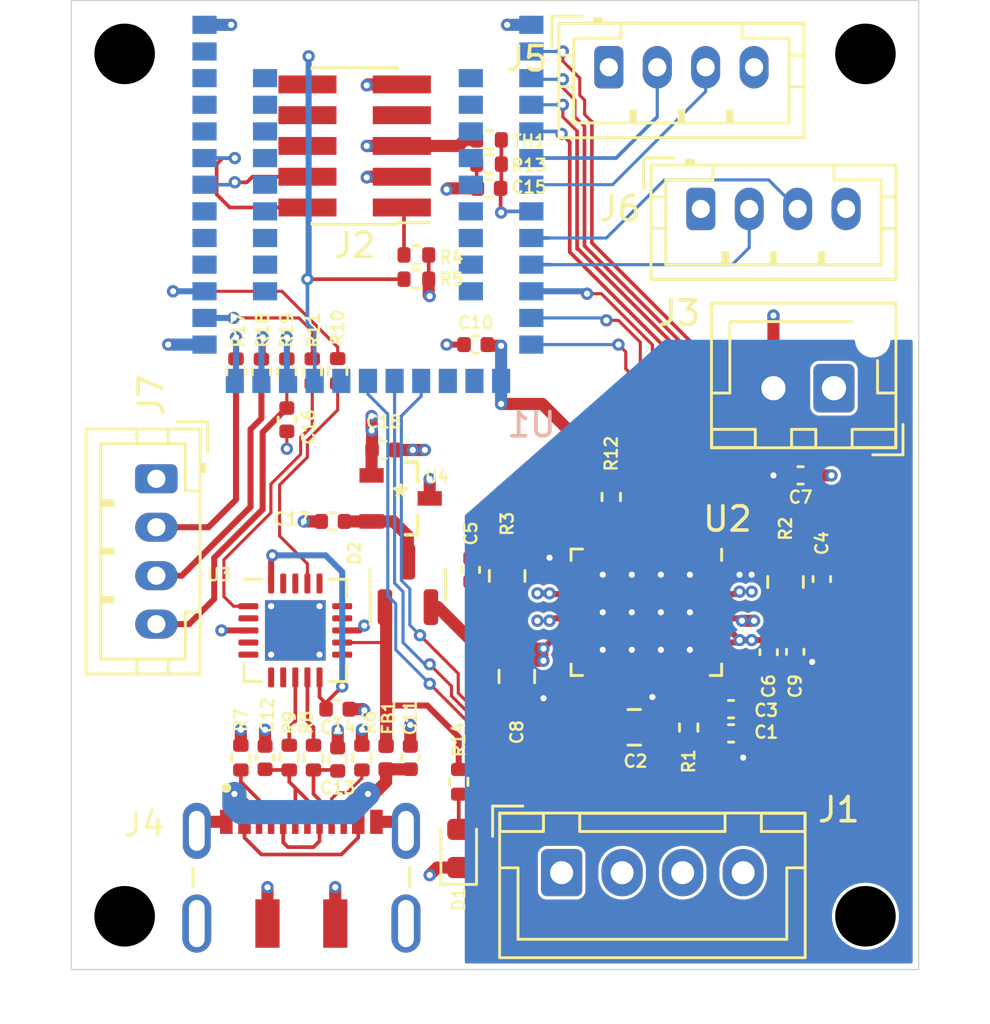
<source format=kicad_pcb>
(kicad_pcb (version 20211014) (generator pcbnew)
  (layers (0 "F.Cu" signal) (1 "In1.Cu" mixed) (2 "In2.Cu" mixed) (31 "B.Cu" signal) (34 "B.Paste" user) (35 "F.Paste" user) (36 "B.SilkS" user "B.Silkscreen") (37 "F.SilkS" user "F.Silkscreen") (38 "B.Mask" user) (39 "F.Mask" user) (44 "Edge.Cuts" user))
  (net 0 "")
  (net 1 "GND")
  (net 2 "Net-(C1-Pad1)")
  (net 3 "Net-(C2-Pad1)")
  (net 4 "Net-(C3-Pad2)")
  (net 5 "Net-(C3-Pad1)")
  (net 6 "Net-(C4-Pad1)")
  (net 7 "Net-(C5-Pad2)")
  (net 8 "Net-(C6-Pad2)")
  (net 9 "Net-(J1-Pad4)")
  (net 10 "Net-(J1-Pad3)")
  (net 11 "Net-(J1-Pad2)")
  (net 12 "Net-(J1-Pad1)")
  (net 13 "Net-(C17-Pad1)")
  (net 35 "~{MOTOR_EN}")
  (net 36 "DIAG1")
  (net 37 "DIAG0")
  (net 43 "DIR")
  (net 44 "STEP")
  (net 45 "MISO")
  (net 46 "MOSI")
  (net 47 "SCLK")
  (net 48 "~{CS1}")
  (net 49 "TMCCLK")
  (net 50 "+12V")
  (net 51 "VCC")
  (net 52 "~{RESET}")
  (net 56 "SWDCLK")
  (net 57 "SWDIO")
  (net 58 "Net-(C11-Pad1)")
  (net 59 "Net-(C14-Pad2)")
  (net 60 "THERM0")
  (net 61 "VBUS")
  (net 62 "Net-(J2-Pad1)")
  (net 63 "Net-(J4-Pad9)")
  (net 66 "Net-(J4-Pad3)")
  (net 67 "Net-(R8-Pad1)")
  (net 68 "Net-(R9-Pad1)")
  (net 69 "Net-(R10-Pad2)")
  (net 70 "TXD")
  (net 71 "Net-(R11-Pad2)")
  (net 72 "RXD")
  (net 73 "Net-(R12-Pad1)")
  (net 84 "DP")
  (net 85 "DM")
  (net 86 "ACC0_B")
  (net 87 "ACC0_A")
  (net 88 "ACC1_B")
  (net 89 "ACC1_A")
  (net 90 "Net-(R17-Pad2)")
  (net 91 "Net-(R18-Pad2)")
  (net 92 "Net-(R19-Pad2)")
  (net 93 "Net-(D1-Pad2)")
  (net 101 "Net-(C16-Pad1)")
  (net 102 "Net-(J7-Pad3)")
  (net 103 "Net-(J7-Pad2)")
  (footprint "Capacitor_SMD:C_0402_1005Metric" (layer "F.Cu") (at 192.25 95.25)
    (fp_text reference "C1")
    (fp_text value "470nF")
  )
  (footprint "Capacitor_SMD:C_0805_2012Metric" (layer "F.Cu") (at 188.25 95 180)
    (fp_text reference "C2")
    (fp_text value "4.7U")
  )
  (footprint "Capacitor_SMD:C_0402_1005Metric" (layer "F.Cu") (at 192.25 94.25)
    (fp_text reference "C3")
    (fp_text value "22nf")
  )
  (footprint "Capacitor_SMD:C_0402_1005Metric" (layer "F.Cu") (at 196 88.88 90)
    (fp_text reference "C4")
    (fp_text value "100nf")
  )
  (footprint "Capacitor_SMD:C_0402_1005Metric" (layer "F.Cu") (at 181.5 88.5 -90)
    (fp_text reference "C5")
    (fp_text value "100nf")
  )
  (footprint "Capacitor_SMD:C_0402_1005Metric" (layer "F.Cu") (at 193.8 91.9 -90)
    (fp_text reference "C6")
    (fp_text value "100nf")
  )
  (footprint "Capacitor_SMD:C_0402_1005Metric" (layer "F.Cu") (at 195.12 84.6 180)
    (fp_text reference "C7")
    (fp_text value "100nf")
  )
  (footprint "Capacitor_SMD:C_0805_2012Metric" (layer "F.Cu") (at 183.4 92.9 -90)
    (fp_text reference "C8")
    (fp_text value "10u")
  )
  (footprint "Capacitor_SMD:C_0402_1005Metric" (layer "F.Cu") (at 194.9 91.88 -90)
    (fp_text reference "C9")
    (fp_text value "100nf")
  )
  (footprint "Connector_JST:JST_XH_B4B-XH-A_1x04_P2.50mm_Vertical" (layer "F.Cu") (at 185.25 101)
    (fp_text reference "J1")
    (fp_text value "Conn_01x04_Male")
  )
  (footprint "Resistor_SMD:R_0402_1005Metric" (layer "F.Cu") (at 190.5 95.01 90)
    (fp_text reference "R1")
    (fp_text value "2.2")
  )
  (footprint "Resistor_SMD:R_0805_2012Metric" (layer "F.Cu") (at 194.5 89 -90)
    (fp_text reference "R2")
    (fp_text value "0.11")
  )
  (footprint "Resistor_SMD:R_0805_2012Metric" (layer "F.Cu") (at 183 88.75 90)
    (fp_text reference "R3")
    (fp_text value "0.11")
  )
  (footprint "Package_DFN_QFN:QFN-36-1EP_5x6mm_P0.5mm_EP3.6x4.1mm_ThermalVias" (layer "F.Cu") (at 188.75 90.25 -90)
    (fp_text reference "U2")
    (fp_text value "TMC2130-LA")
  )
  (footprint "Capacitor_SMD:C_0402_1005Metric" (layer "F.Cu") (at 181.7 79.2 180)
    (fp_text reference "C10")
    (fp_text value "100nf")
  )
  (footprint "Connector_PinHeader_1.27mm:PinHeader_2x05_P1.27mm_Vertical_SMD" (layer "F.Cu") (at 176.7 71 180)
    (fp_text reference "J2")
    (fp_text value "Conn_ARM_JTAG_SWD_10")
  )
  (footprint "Connector_JST:JST_XH_B2B-XH-AM_1x02_P2.50mm_Vertical" (layer "F.Cu") (at 196.5 81 180)
    (fp_text reference "J3")
    (fp_text value "Conn_01x02_Male")
  )
  (footprint "Capacitor_SMD:C_0402_1005Metric" (layer "F.Cu") (at 179 96.25 90)
    (fp_text reference "C11")
    (fp_text value "10nf")
  )
  (footprint "Capacitor_SMD:C_0402_1005Metric" (layer "F.Cu") (at 173 96.25 90)
    (fp_text reference "C12")
    (fp_text value "27pf")
  )
  (footprint "Capacitor_SMD:C_0402_1005Metric" (layer "F.Cu") (at 176 96.32 -90)
    (fp_text reference "C13")
    (fp_text value "27pf")
  )
  (footprint "Capacitor_SMD:C_0402_1005Metric" (layer "F.Cu") (at 176 94.25 180)
    (fp_text reference "C14")
    (fp_text value "100nf")
  )
  (footprint "Capacitor_SMD:C_0402_1005Metric" (layer "F.Cu") (at 182.25 72.75)
    (fp_text reference "C15")
    (fp_text value "100nf")
  )
  (footprint "Inductor_SMD:L_0402_1005Metric" (layer "F.Cu") (at 178 96.25 -90)
    (fp_text reference "FB1")
    (fp_text value "Ferrite_Bead")
  )
  (footprint "usbccon:JAE_DX07S016JA1R1500" (layer "F.Cu") (at 174.5 100)
    (fp_text reference "J4")
    (fp_text value "DX07S016JA1R1500")
  )
  (footprint "Resistor_SMD:R_0402_1005Metric" (layer "F.Cu") (at 179.25 75.5 180)
    (fp_text reference "R4")
    (fp_text value "2.2")
  )
  (footprint "Resistor_SMD:R_0402_1005Metric" (layer "F.Cu") (at 179.25 76.5 180)
    (fp_text reference "R5")
    (fp_text value "10k")
  )
  (footprint "Resistor_SMD:R_0402_1005Metric" (layer "F.Cu") (at 177 96.25 90)
    (fp_text reference "R6")
    (fp_text value "5.1k")
  )
  (footprint "Resistor_SMD:R_0402_1005Metric" (layer "F.Cu") (at 172 96.25 90)
    (fp_text reference "R7")
    (fp_text value "5.1k")
  )
  (footprint "Resistor_SMD:R_0402_1005Metric" (layer "F.Cu") (at 175 96.25 -90)
    (fp_text reference "R8")
    (fp_text value "27")
  )
  (footprint "Resistor_SMD:R_0402_1005Metric" (layer "F.Cu") (at 174 96.25 -90)
    (fp_text reference "R9")
    (fp_text value "27")
  )
  (footprint "Resistor_SMD:R_0402_1005Metric" (layer "F.Cu") (at 176 80.29 -90)
    (fp_text reference "R10")
    (fp_text value "4.7k")
  )
  (footprint "Resistor_SMD:R_0402_1005Metric" (layer "F.Cu") (at 174.95 80.3 -90)
    (fp_text reference "R11")
    (fp_text value "4.7k")
  )
  (footprint "Resistor_SMD:R_0402_1005Metric" (layer "F.Cu") (at 187.3 85.49 90)
    (fp_text reference "R12")
    (fp_text value "2.2")
  )
  (footprint "Resistor_SMD:R_0402_1005Metric" (layer "F.Cu") (at 182.25 71.75 180)
    (fp_text reference "R13")
    (fp_text value "47k")
  )
  (footprint "Resistor_SMD:R_0402_1005Metric" (layer "F.Cu") (at 182.25 70.75 180)
    (fp_text reference "TH1")
    (fp_text value "Thermistor_NTC")
  )
  (footprint "Package_DFN_QFN:QFN-20-1EP_4x4mm_P0.5mm_EP2.5x2.5mm_ThermalVias" (layer "F.Cu") (at 174.25 91)
    (fp_text reference "U3")
    (fp_text value "FT231XQ")
  )
  (footprint "Connector_JST:JST_PH_B4B-PH-K_1x04_P2.00mm_Vertical" (layer "F.Cu") (at 187.2 67.75)
    (fp_text reference "J5")
    (fp_text value "Accessory 0")
  )
  (footprint "Connector_JST:JST_PH_B4B-PH-K_1x04_P2.00mm_Vertical" (layer "F.Cu") (at 191 73.6)
    (fp_text reference "J6")
    (fp_text value "Accessory 1")
  )
  (footprint "Resistor_SMD:R_0402_1005Metric" (layer "F.Cu") (at 171.8 80.3 90)
    (fp_text reference "R17")
    (fp_text value "27")
  )
  (footprint "Resistor_SMD:R_0402_1005Metric" (layer "F.Cu") (at 172.85 80.31 90)
    (fp_text reference "R18")
    (fp_text value "27")
  )
  (footprint "Resistor_SMD:R_0402_1005Metric" (layer "F.Cu") (at 173.9 80.3 90)
    (fp_text reference "R19")
    (fp_text value "0")
  )
  (footprint "LED_SMD:LED_0603_1608Metric" (layer "F.Cu") (at 181 100 90)
    (fp_text reference "D1")
    (fp_text value "LED")
  )
  (footprint "Resistor_SMD:R_0402_1005Metric" (layer "F.Cu") (at 181 97.25 90)
    (fp_text reference "R14")
    (fp_text value "470")
  )
  (footprint "Capacitor_SMD:C_0402_1005Metric" (layer "F.Cu") (at 173.9 82.3 -90)
    (fp_text reference "C16")
    (fp_text value "100nf")
  )
  (footprint "Connector_JST:JST_PH_B4B-PH-K_1x04_P2.00mm_Vertical" (layer "F.Cu") (at 168.51 84.74 -90)
    (fp_text reference "J7")
    (fp_text value "Accessory 1")
  )
  (footprint "footprints:TLV76033DBZT" (layer "F.Cu") (at 178.6 85.550001)
    (fp_text reference "U4")
    (fp_text value "TLV76033DBZT" hide)
  )
  (footprint "Capacitor_SMD:C_0402_1005Metric" (layer "F.Cu") (at 175.8 86.5 180)
    (fp_text reference "C17")
    (fp_text value "100nf")
  )
  (footprint "Capacitor_SMD:C_0402_1005Metric" (layer "F.Cu") (at 177.9 83.550001)
    (fp_text reference "C18")
    (fp_text value "100nf")
  )
  (footprint "MountingHole:MountingHole_2.2mm_M2" (layer "F.Cu") (at 167.2 102.8)
    (fp_text reference "H3" hide)
    (fp_text value "MountingHole")
  )
  (footprint "MountingHole:MountingHole_2.2mm_M2" (layer "F.Cu") (at 167.2 67.2)
    (fp_text reference "H1" hide)
    (fp_text value "MountingHole")
  )
  (footprint "Package_TO_SOT_SMD:SOT-23" (layer "F.Cu") (at 178.9 89.1 90)
    (fp_text reference "D2")
    (fp_text value "BAT54C")
  )
  (footprint "MountingHole:MountingHole_2.2mm_M2" (layer "F.Cu") (at 197.8 102.8)
    (fp_text reference "H4" hide)
    (fp_text value "MountingHole")
  )
  (footprint "MountingHole:MountingHole_2.2mm_M2" (layer "F.Cu") (at 197.8 67.2)
    (fp_text reference "H2" hide)
    (fp_text value "MountingHole")
  )
  (footprint "Phischbol:HOLYIOT-18010" (layer "B.Cu") (at 184 66 180)
    (fp_text reference "U1")
    (fp_text value "HolyIot-18010")
  )
  (gr_line (start 200 65) (end 200 105) (layer "Edge.Cuts") (width 0.05))
  (gr_line (start 165 65) (end 165 105) (layer "Edge.Cuts") (width 0.05))
  (gr_line (start 165 65) (end 200 65) (layer "Edge.Cuts") (width 0.05))
  (gr_line (start 165 105) (end 200 105) (layer "Edge.Cuts") (width 0.05))
  (segment (start 188 94.3) (end 188.429126 94.3) (width 0.25) (layer "F.Cu") (net 1))
  (segment (start 171.4 98.9) (end 170.555 98.9) (width 0.5) (layer "F.Cu") (net 1))
  (segment (start 184.45 93.85) (end 184.5 93.8) (width 0.5) (layer "F.Cu") (net 1))
  (segment (start 182.1625 87.8375) (end 183.25 87.8375) (width 0.5) (layer "F.Cu") (net 1))
  (segment (start 176.95 94.25) (end 177.05 94.25) (width 0.5) (layer "F.Cu") (net 1))
  (segment (start 181 100.7875) (end 180.1125 100.7875) (width 0.5) (layer "F.Cu") (net 1))
  (segment (start 188.429126 94.3) (end 188.979126 93.75) (width 0.25) (layer "F.Cu") (net 1))
  (segment (start 185.8 88.5) (end 185.25 88.5) (width 0.25) (layer "F.Cu") (net 1))
  (segment (start 182 88.02) (end 182 88) (width 0.5) (layer "F.Cu") (net 1))
  (segment (start 178.95 68.46) (end 177.24 68.46) (width 0.5) (layer "F.Cu") (net 1))
  (segment (start 195.54 92.36) (end 195.6 92.3) (width 0.5) (layer "F.Cu") (net 1))
  (segment (start 191.7 89) (end 191.8 89) (width 0.25) (layer "F.Cu") (net 1))
  (segment (start 179 95.77) (end 179 94.9) (width 0.5) (layer "F.Cu") (net 1))
  (segment (start 183.25 87.8375) (end 184.5875 87.8375) (width 0.5) (layer "F.Cu") (net 1))
  (segment (start 177.24 68.46) (end 177.2 68.5) (width 0.5) (layer "F.Cu") (net 1))
  (segment (start 179.8 85.550001) (end 179.8 84.750001) (width 0.5) (layer "F.Cu") (net 1))
  (segment (start 177 95.74) (end 177 95.1) (width 0.5) (layer "F.Cu") (net 1))
  (segment (start 181.25 70.75) (end 181 71) (width 0.5) (layer "F.Cu") (net 1))
  (segment (start 173.1 103.1) (end 173.1 101.6) (width 0.5) (layer "F.Cu") (net 1))
  (segment (start 181.52 88) (end 181.5 88.02) (width 0.5) (layer "F.Cu") (net 1))
  (segment (start 193.7125 88.0875) (end 194.5 88.0875) (width 0.25) (layer "F.Cu") (net 1))
  (segment (start 191.8 89) (end 192.213526 89) (width 0.25) (layer "F.Cu") (net 1))
  (segment (start 185.25 88.5) (end 184.75 88) (width 0.25) (layer "F.Cu") (net 1))
  (segment (start 195.2875 88.0875) (end 194.5 88.0875) (width 0.25) (layer "F.Cu") (net 1))
  (segment (start 187.3 95) (end 188 94.3) (width 0.25) (layer "F.Cu") (net 1))
  (segment (start 192.73 95.25) (end 192.73 96.23) (width 0.25) (layer "F.Cu") (net 1))
  (segment (start 193.1 88.7) (end 193.7125 88.0875) (width 0.25) (layer "F.Cu") (net 1))
  (segment (start 170.555 98.9) (end 170.18 99.275) (width 0.5) (layer "F.Cu") (net 1))
  (segment (start 194.9 92.36) (end 195.54 92.36) (width 0.5) (layer "F.Cu") (net 1))
  (segment (start 192.513526 88.7) (end 193.1 88.7) (width 0.25) (layer "F.Cu") (net 1))
  (segment (start 192.73 96.23) (end 192.75 96.25) (width 0.25) (layer "F.Cu") (net 1))
  (segment (start 177.05 94.25) (end 177.1 94.3) (width 0.5) (layer "F.Cu") (net 1))
  (segment (start 175.32 86.5) (end 174.6 86.5) (width 0.5) (layer "F.Cu") (net 1))
  (segment (start 172.3125 91) (end 171.2 91) (width 0.25) (layer "F.Cu") (net 1))
  (segment (start 179.1 83.550001) (end 179.6 83.550001) (width 0.5) (layer "F.Cu") (net 1))
  (segment (start 182 88) (end 181.52 88) (width 0.5) (layer "F.Cu") (net 1))
  (segment (start 183.4 93.85) (end 184.45 93.85) (width 0.5) (layer "F.Cu") (net 1))
  (segment (start 178.38 83.550001) (end 179.1 83.550001) (width 0.5) (layer "F.Cu") (net 1))
  (segment (start 185.8 89) (end 185.25 89) (width 0.25) (layer "F.Cu") (net 1))
  (segment (start 173 95.77) (end 173 95.1) (width 0.5) (layer "F.Cu") (net 1))
  (segment (start 184.75 88.5) (end 184.75 88) (width 0.25) (layer "F.Cu") (net 1))
  (segment (start 176 95.77) (end 176 95.1) (width 0.5) (layer "F.Cu") (net 1))
  (segment (start 176.48 94.25) (end 176.95 94.25) (width 0.5) (layer "F.Cu") (net 1))
  (segment (start 188.979126 93.75) (end 189 93.75) (width 0.25) (layer "F.Cu") (net 1))
  (segment (start 178.95 72.27) (end 177.23 72.27) (width 0.5) (layer "F.Cu") (net 1))
  (segment (start 176.9 91) (end 177.1 90.8) (width 0.25) (layer "F.Cu") (net 1))
  (segment (start 176.1875 91) (end 176.9 91) (width 0.25) (layer "F.Cu") (net 1))
  (segment (start 189 92.7) (end 189 93.75) (width 0.25) (layer "F.Cu") (net 1))
  (segment (start 192.213526 89) (end 192.513526 88.7) (width 0.25) (layer "F.Cu") (net 1))
  (segment (start 185.25 89) (end 184.75 88.5) (width 0.25) (layer "F.Cu") (net 1))
  (segment (start 181 71) (end 178.95 71) (width 0.5) (layer "F.Cu") (net 1))
  (segment (start 184.5875 87.8375) (end 184.75 88) (width 0.5) (layer "F.Cu") (net 1))
  (segment (start 181.74 70.75) (end 181.25 70.75) (width 0.5) (layer "F.Cu") (net 1))
  (segment (start 196 88.4) (end 195.6 88.4) (width 0.25) (layer "F.Cu") (net 1))
  (segment (start 192.4 88.5) (end 192.6 88.7) (width 0.25) (layer "F.Cu") (net 1))
  (segment (start 181.22 79.2) (end 180.5 79.2) (width 0.25) (layer "F.Cu") (net 1))
  (segment (start 178.445 98.9) (end 178.82 99.275) (width 0.5) (layer "F.Cu") (net 1))
  (segment (start 191.7 88.5) (end 192.4 88.5) (width 0.25) (layer "F.Cu") (net 1))
  (segment (start 194 81) (end 194 78) (width 0.5) (layer "F.Cu") (net 1))
  (segment (start 180.1125 100.7875) (end 179.8 101.1) (width 0.5) (layer "F.Cu") (net 1))
  (segment (start 182 88) (end 182.1625 87.8375) (width 0.5) (layer "F.Cu") (net 1))
  (segment (start 173.9 82.78) (end 173.9 83.5) (width 0.128) (layer "F.Cu") (net 1))
  (segment (start 177.23 72.27) (end 177.2 72.3) (width 0.5) (layer "F.Cu") (net 1))
  (segment (start 175.9 103.1) (end 175.9 101.6) (width 0.5) (layer "F.Cu") (net 1))
  (segment (start 177.6 98.9) (end 178.445 98.9) (width 0.5) (layer "F.Cu") (net 1))
  (segment (start 178.95 71) (end 177.2 71) (width 0.5) (layer "F.Cu") (net 1))
  (segment (start 172 95.74) (end 172 95.1) (width 0.5) (layer "F.Cu") (net 1))
  (segment (start 194.64 84.6) (end 194 84.6) (width 0.5) (layer "F.Cu") (net 1))
  (segment (start 195.6 88.4) (end 195.2875 88.0875) (width 0.25) (layer "F.Cu") (net 1))
  (via (at 172 95.1) (size 0.508) (drill 0.254) (layers "F.Cu" "B.Cu") (net 1))
  (via (at 171.2 91) (size 0.508) (drill 0.254) (layers "F.Cu" "B.Cu") (net 1))
  (via (at 179.8 84.750001) (size 0.508) (drill 0.254) (layers "F.Cu" "B.Cu") (net 1))
  (via (at 177.2 71) (size 0.508) (drill 0.254) (layers "F.Cu" "B.Cu") (net 1))
  (via (at 177.1 94.3) (size 0.508) (drill 0.254) (layers "F.Cu" "B.Cu") (net 1))
  (via (at 173.9 83.5) (size 0.508) (drill 0.254) (layers "F.Cu" "B.Cu") (net 1))
  (via (at 177.1 90.8) (size 0.508) (drill 0.254) (layers "F.Cu" "B.Cu") (net 1))
  (via (at 194 84.6) (size 0.508) (drill 0.254) (layers "F.Cu" "B.Cu") (net 1))
  (via (at 193.1 88.7) (size 0.508) (drill 0.254) (layers "F.Cu" "B.Cu") (net 1))
  (via (at 169 79.2) (size 0.508) (drill 0.254) (layers "F.Cu" "B.Cu") (net 1))
  (via (at 177.2 68.5) (size 0.508) (drill 0.254) (layers "F.Cu" "B.Cu") (net 1))
  (via (at 195.6 92.3) (size 0.508) (drill 0.254) (layers "F.Cu" "B.Cu") (net 1))
  (via (at 184.5 93.8) (size 0.508) (drill 0.254) (layers "F.Cu" "B.Cu") (net 1))
  (via (at 176 95.1) (size 0.508) (drill 0.254) (layers "F.Cu" "B.Cu") (net 1))
  (via (at 173 95.1) (size 0.508) (drill 0.254) (layers "F.Cu" "B.Cu") (net 1))
  (via (at 174.6 86.5) (size 0.508) (drill 0.254) (layers "F.Cu" "B.Cu") (net 1))
  (via (at 177.2 72.3) (size 0.508) (drill 0.254) (layers "F.Cu" "B.Cu") (net 1))
  (via (at 171.6 66) (size 0.508) (drill 0.254) (layers "F.Cu" "B.Cu") (net 1))
  (via (at 189 93.75) (size 0.508) (drill 0.254) (layers "F.Cu" "B.Cu") (net 1))
  (via (at 173.1 101.6) (size 0.508) (drill 0.254) (layers "F.Cu" "B.Cu") (net 1))
  (via (at 192.6 88.7) (size 0.508) (drill 0.254) (layers "F.Cu" "B.Cu") (net 1))
  (via (at 177 95.1) (size 0.508) (drill 0.254) (layers "F.Cu" "B.Cu") (net 1))
  (via (at 184.75 88) (size 0.508) (drill 0.254) (layers "F.Cu" "B.Cu") (net 1))
  (via (at 192.75 96.25) (size 0.508) (drill 0.254) (layers "F.Cu" "B.Cu") (net 1))
  (via (at 179.6 83.550001) (size 0.508) (drill 0.254) (layers "F.Cu" "B.Cu") (net 1))
  (via (at 194 78) (size 0.508) (drill 0.254) (layers "F.Cu" "B.Cu") (net 1))
  (via (at 179.1 83.550001) (size 0.508) (drill 0.254) (layers "F.Cu" "B.Cu") (net 1))
  (via (at 180.5 79.2) (size 0.508) (drill 0.254) (layers "F.Cu" "B.Cu") (net 1))
  (via (at 183 66) (size 0.508) (drill 0.254) (layers "F.Cu" "B.Cu") (net 1))
  (via (at 179.8 101.1) (size 0.508) (drill 0.254) (layers "F.Cu" "B.Cu") (net 1))
  (via (at 179 94.9) (size 0.508) (drill 0.254) (layers "F.Cu" "B.Cu") (net 1))
  (via (at 175.9 101.6) (size 0.508) (drill 0.254) (layers "F.Cu" "B.Cu") (net 1))
  (segment (start 184 66) (end 183 66) (width 0.5) (layer "B.Cu") (net 1))
  (segment (start 170.5 79.2) (end 169 79.2) (width 0.5) (layer "B.Cu") (net 1))
  (segment (start 170.5 66) (end 171.6 66) (width 0.5) (layer "B.Cu") (net 1))
  (segment (start 190 92.7) (end 190 94) (width 0.25) (layer "F.Cu") (net 2))
  (segment (start 191.02 94.5) (end 191.77 95.25) (width 0.25) (layer "F.Cu") (net 2))
  (segment (start 190.5 94.5) (end 191.02 94.5) (width 0.25) (layer "F.Cu") (net 2))
  (segment (start 190 94) (end 190.5 94.5) (width 0.25) (layer "F.Cu") (net 2))
  (segment (start 189.531401 93.494927) (end 189.531401 94.668599) (width 0.25) (layer "F.Cu") (net 3))
  (segment (start 190.5 95.52) (end 189.72 95.52) (width 0.25) (layer "F.Cu") (net 3))
  (segment (start 189.5 93.463526) (end 189.531401 93.494927) (width 0.25) (layer "F.Cu") (net 3))
  (segment (start 189.5 92.7) (end 189.5 93.463526) (width 0.25) (layer "F.Cu") (net 3))
  (segment (start 189.72 95.52) (end 189.2 95) (width 0.25) (layer "F.Cu") (net 3))
  (segment (start 189.531401 94.668599) (end 189.2 95) (width 0.25) (layer "F.Cu") (net 3))
  (segment (start 191.25 93.5) (end 191.98 93.5) (width 0.25) (layer "F.Cu") (net 4))
  (segment (start 191 93.25) (end 191.25 93.5) (width 0.25) (layer "F.Cu") (net 4))
  (segment (start 191.98 93.5) (end 192.73 94.25) (width 0.25) (layer "F.Cu") (net 4))
  (segment (start 191 92.7) (end 191 93.25) (width 0.25) (layer "F.Cu") (net 4))
  (segment (start 190.5 92.7) (end 190.5 93.5) (width 0.25) (layer "F.Cu") (net 5))
  (segment (start 191.09759 94.09759) (end 191.61759 94.09759) (width 0.25) (layer "F.Cu") (net 5))
  (segment (start 190.5 93.5) (end 191.09759 94.09759) (width 0.25) (layer "F.Cu") (net 5))
  (segment (start 191.61759 94.09759) (end 191.77 94.25) (width 0.25) (layer "F.Cu") (net 5))
  (segment (start 191.7 90) (end 194.4125 90) (width 0.25) (layer "F.Cu") (net 6))
  (segment (start 195.54 89.36) (end 196 89.36) (width 0.25) (layer "F.Cu") (net 6))
  (segment (start 194.4125 90) (end 194.5 89.9125) (width 0.25) (layer "F.Cu") (net 6))
  (segment (start 194.5 89.9125) (end 194.9875 89.9125) (width 0.25) (layer "F.Cu") (net 6))
  (segment (start 194.9875 89.9125) (end 195.54 89.36) (width 0.25) (layer "F.Cu") (net 6))
  (segment (start 185.8 90) (end 183.4125 90) (width 0.25) (layer "F.Cu") (net 7))
  (segment (start 181.52 89) (end 181.5 88.98) (width 0.5) (layer "F.Cu") (net 7))
  (segment (start 182 89) (end 182.6625 89.6625) (width 0.5) (layer "F.Cu") (net 7))
  (segment (start 182.6625 89.6625) (end 183.25 89.6625) (width 0.5) (layer "F.Cu") (net 7))
  (segment (start 182 89) (end 181.52 89) (width 0.5) (layer "F.Cu") (net 7))
  (segment (start 191.7 92) (end 192.5 92) (width 0.25) (layer "F.Cu") (net 8))
  (segment (start 192.5 92) (end 192.88 92.38) (width 0.25) (layer "F.Cu") (net 8))
  (segment (start 192.88 92.38) (end 193.8 92.38) (width 0.25) (layer "F.Cu") (net 8))
  (segment (start 191.7 89.5) (end 192.5 89.5) (width 0.25) (layer "F.Cu") (net 9))
  (segment (start 192.5 89.5) (end 192.6 89.4) (width 0.25) (layer "F.Cu") (net 9))
  (via (at 193.1 89.4) (size 0.508) (drill 0.254) (layers "F.Cu" "B.Cu") (net 9))
  (via (at 192.6 89.4) (size 0.508) (drill 0.254) (layers "F.Cu" "B.Cu") (net 9))
  (segment (start 191.7 90.5) (end 192.6 90.5) (width 0.25) (layer "F.Cu") (net 10))
  (segment (start 192.6 90.5) (end 192.7 90.6) (width 0.25) (layer "F.Cu") (net 10))
  (segment (start 192.7 90.6) (end 193.2 90.6) (width 0.5) (layer "F.Cu") (net 10))
  (via (at 192.7 90.6) (size 0.508) (drill 0.254) (layers "F.Cu" "B.Cu") (net 10))
  (via (at 193.2 90.6) (size 0.508) (drill 0.254) (layers "F.Cu" "B.Cu") (net 10))
  (segment (start 184.85 90.5) (end 184.75 90.6) (width 0.25) (layer "F.Cu") (net 11))
  (segment (start 185.8 90.5) (end 184.85 90.5) (width 0.25) (layer "F.Cu") (net 11))
  (via (at 184.25 90.6) (size 0.508) (drill 0.254) (layers "F.Cu" "B.Cu") (net 11))
  (via (at 184.75 90.6) (size 0.508) (drill 0.254) (layers "F.Cu" "B.Cu") (net 11))
  (segment (start 185.8 89.5) (end 184.75 89.5) (width 0.25) (layer "F.Cu") (net 12))
  (segment (start 184.75 89.4686) (end 184.25 89.4686) (width 0.25) (layer "F.Cu") (net 12))
  (segment (start 184.75 89.5) (end 184.75 89.4686) (width 0.25) (layer "F.Cu") (net 12))
  (via (at 184.25 89.4686) (size 0.508) (drill 0.254) (layers "F.Cu" "B.Cu") (net 12))
  (via (at 184.75 89.4686) (size 0.508) (drill 0.254) (layers "F.Cu" "B.Cu") (net 12))
  (segment (start 178.9 87.1) (end 178.299999 86.499999) (width 0.5) (layer "F.Cu") (net 13))
  (segment (start 178.299999 86.499999) (end 177.4 86.499999) (width 0.5) (layer "F.Cu") (net 13))
  (segment (start 178.9 88.1625) (end 178.9 87.1) (width 0.5) (layer "F.Cu") (net 13))
  (segment (start 177.4 86.499999) (end 176.28 86.5) (width 0.5) (layer "F.Cu") (net 13))
  (segment (start 187.7 94) (end 186.8 94) (width 0.128) (layer "F.Cu") (net 35))
  (segment (start 188 92.7) (end 188 93.7) (width 0.128) (layer "F.Cu") (net 35))
  (segment (start 182 95.4) (end 179.8 93.2) (width 0.128) (layer "F.Cu") (net 35))
  (segment (start 185.4 95.4) (end 182 95.4) (width 0.128) (layer "F.Cu") (net 35))
  (segment (start 188 93.7) (end 187.7 94) (width 0.128) (layer "F.Cu") (net 35))
  (segment (start 186.8 94) (end 185.4 95.4) (width 0.128) (layer "F.Cu") (net 35))
  (via (at 179.8 93.2) (size 0.508) (drill 0.254) (layers "F.Cu" "B.Cu") (net 35))
  (segment (start 178.4 89.9) (end 178.4 91.8) (width 0.128) (layer "B.Cu") (net 35))
  (segment (start 178.06959 82.06959) (end 178.06959 89.56959) (width 0.128) (layer "B.Cu") (net 35))
  (segment (start 178.4 91.8) (end 179.8 93.2) (width 0.128) (layer "B.Cu") (net 35))
  (segment (start 177.25 81.25) (end 178.06959 82.06959) (width 0.128) (layer "B.Cu") (net 35))
  (segment (start 178.06959 89.56959) (end 178.4 89.9) (width 0.128) (layer "B.Cu") (net 35))
  (segment (start 177.25 80.7) (end 177.25 81.25) (width 0.128) (layer "B.Cu") (net 35))
  (segment (start 180.7 93.3) (end 180.7 93.703442) (width 0.128) (layer "F.Cu") (net 36))
  (segment (start 187.28041 93.71959) (end 187.5 93.5) (width 0.128) (layer "F.Cu") (net 36))
  (segment (start 179.8 92.4) (end 180.7 93.3) (width 0.128) (layer "F.Cu") (net 36))
  (segment (start 182.116148 95.11959) (end 185.283852 95.11959) (width 0.128) (layer "F.Cu") (net 36))
  (segment (start 180.7 93.703442) (end 182.116148 95.11959) (width 0.128) (layer "F.Cu") (net 36))
  (segment (start 185.283852 95.11959) (end 186.683851 93.71959) (width 0.128) (layer "F.Cu") (net 36))
  (segment (start 186.683851 93.71959) (end 187.28041 93.71959) (width 0.128) (layer "F.Cu") (net 36))
  (segment (start 187.5 93.5) (end 187.5 92.7) (width 0.128) (layer "F.Cu") (net 36))
  (via (at 179.8 92.4) (size 0.508) (drill 0.254) (layers "F.Cu" "B.Cu") (net 36))
  (segment (start 178.35 89.05) (end 178.7 89.4) (width 0.128) (layer "B.Cu") (net 36))
  (segment (start 178.7 89.4) (end 178.7 91.5) (width 0.128) (layer "B.Cu") (net 36))
  (segment (start 178.35 80.7) (end 178.35 89.05) (width 0.128) (layer "B.Cu") (net 36))
  (segment (start 179.6 92.4) (end 179.8 92.4) (width 0.128) (layer "B.Cu") (net 36))
  (segment (start 178.7 91.5) (end 179.6 92.4) (width 0.128) (layer "B.Cu") (net 36))
  (segment (start 186.46082 93.43918) (end 185.06082 94.83918) (width 0.128) (layer "F.Cu") (net 37))
  (segment (start 180.98041 93.587294) (end 180.98041 92.78041) (width 0.128) (layer "F.Cu") (net 37))
  (segment (start 187 93.2) (end 186.76082 93.43918) (width 0.128) (layer "F.Cu") (net 37))
  (segment (start 182.232296 94.83918) (end 180.98041 93.587294) (width 0.128) (layer "F.Cu") (net 37))
  (segment (start 185.06082 94.83918) (end 182.232296 94.83918) (width 0.128) (layer "F.Cu") (net 37))
  (segment (start 180.98041 92.78041) (end 179.4 91.2) (width 0.128) (layer "F.Cu") (net 37))
  (segment (start 187 92.7) (end 187 93.2) (width 0.128) (layer "F.Cu") (net 37))
  (segment (start 186.76082 93.43918) (end 186.46082 93.43918) (width 0.128) (layer "F.Cu") (net 37))
  (via (at 179.4 91.2) (size 0.508) (drill 0.254) (layers "F.Cu" "B.Cu") (net 37))
  (segment (start 178.63041 88.933852) (end 178.98041 89.283851) (width 0.128) (layer "B.Cu") (net 37))
  (segment (start 179.45 81.328) (end 178.63041 82.14759) (width 0.128) (layer "B.Cu") (net 37))
  (segment (start 178.98041 89.283851) (end 178.98041 90.78041) (width 0.128) (layer "B.Cu") (net 37))
  (segment (start 178.63041 82.14759) (end 178.63041 88.933852) (width 0.128) (layer "B.Cu") (net 37))
  (segment (start 179.45 80.7) (end 179.45 81.328) (width 0.128) (layer "B.Cu") (net 37))
  (segment (start 178.98041 90.78041) (end 179.4 91.2) (width 0.128) (layer "B.Cu") (net 37))
  (segment (start 187.9 79.5) (end 187.9 80.2) (width 0.128) (layer "F.Cu") (net 43))
  (segment (start 188 80.3) (end 188 87.8) (width 0.128) (layer "F.Cu") (net 43))
  (segment (start 187.6 79.2) (end 187.9 79.5) (width 0.128) (layer "F.Cu") (net 43))
  (segment (start 187.9 80.2) (end 188 80.3) (width 0.128) (layer "F.Cu") (net 43))
  (via (at 187.6 79.2) (size 0.508) (drill 0.254) (layers "F.Cu" "B.Cu") (net 43))
  (segment (start 184 79.2) (end 187.6 79.2) (width 0.128) (layer "B.Cu") (net 43))
  (segment (start 187.1 78.2) (end 187.596432 78.2) (width 0.128) (layer "F.Cu") (net 44))
  (segment (start 188.5 79.103568) (end 188.5 87.8) (width 0.128) (layer "F.Cu") (net 44))
  (segment (start 187.596432 78.2) (end 188.5 79.103568) (width 0.128) (layer "F.Cu") (net 44))
  (via (at 187.1 78.2) (size 0.508) (drill 0.254) (layers "F.Cu" "B.Cu") (net 44))
  (segment (start 184 78.1) (end 187 78.1) (width 0.128) (layer "B.Cu") (net 44))
  (segment (start 187 78.1) (end 187.1 78.2) (width 0.128) (layer "B.Cu") (net 44))
  (segment (start 186.89299 77.1) (end 189 79.20701) (width 0.128) (layer "F.Cu") (net 45))
  (segment (start 186.3 77.1) (end 186.89299 77.1) (width 0.128) (layer "F.Cu") (net 45))
  (segment (start 189 79.20701) (end 189 87.8) (width 0.128) (layer "F.Cu") (net 45))
  (via (at 186.3 77.1) (size 0.508) (drill 0.254) (layers "F.Cu" "B.Cu") (net 45))
  (segment (start 186.2 77) (end 186.3 77.1) (width 0.25) (layer "B.Cu") (net 45))
  (segment (start 184 77) (end 186.2 77) (width 0.25) (layer "B.Cu") (net 45))
  (segment (start 185.585572 75.37877) (end 189.5 79.293198) (width 0.1524) (layer "F.Cu") (net 46))
  (segment (start 185.25 70.5) (end 185.585572 70.835572) (width 0.1524) (layer "F.Cu") (net 46))
  (segment (start 185.585572 70.835572) (end 185.585572 75.37877) (width 0.1524) (layer "F.Cu") (net 46))
  (segment (start 189.5 79.293198) (end 189.5 87.8) (width 0.1524) (layer "F.Cu") (net 46))
  (via (at 185.25 70.5) (size 0.508) (drill 0.254) (layers "F.Cu" "B.Cu") (net 46))
  (segment (start 185.15 70.4) (end 185.25 70.5) (width 0.1524) (layer "B.Cu") (net 46))
  (segment (start 184 70.4) (end 185.15 70.4) (width 0.1524) (layer "B.Cu") (net 46))
  (segment (start 185.3 69.8) (end 185.6 70.1) (width 0.128) (layer "F.Cu") (net 47))
  (segment (start 185.926315 75.252513) (end 189.986901 79.313099) (width 0.1524) (layer "F.Cu") (net 47))
  (segment (start 185.6 70.1) (end 185.890381 70.390381) (width 0.128) (layer "F.Cu") (net 47))
  (segment (start 185.890381 70.390381) (end 185.890381 75.252513) (width 0.1524) (layer "F.Cu") (net 47))
  (segment (start 190 87.8) (end 190 79.362132) (width 0.1524) (layer "F.Cu") (net 47))
  (segment (start 185.890381 75.252513) (end 185.926315 75.252513) (width 0.1524) (layer "F.Cu") (net 47))
  (segment (start 185.3 69.3) (end 185.3 69.8) (width 0.128) (layer "F.Cu") (net 47))
  (via (at 185.3 69.3) (size 0.508) (drill 0.254) (layers "F.Cu" "B.Cu") (net 47))
  (segment (start 185.3 69.3) (end 184 69.3) (width 0.128) (layer "B.Cu") (net 47))
  (segment (start 186.19519 70.19519) (end 186.19519 75.126256) (width 0.1524) (layer "F.Cu") (net 48))
  (segment (start 185.3 68.25) (end 185.3 68.603806) (width 0.128) (layer "F.Cu") (net 48))
  (segment (start 190.5 79.431066) (end 190.5 87.8) (width 0.1524) (layer "F.Cu") (net 48))
  (segment (start 186.19519 75.126256) (end 190.5 79.431066) (width 0.1524) (layer "F.Cu") (net 48))
  (segment (start 185.8 69.103806) (end 185.8 69.8) (width 0.128) (layer "F.Cu") (net 48))
  (segment (start 185.8 69.8) (end 186.19519 70.19519) (width 0.128) (layer "F.Cu") (net 48))
  (segment (start 185.3 68.603806) (end 185.8 69.103806) (width 0.128) (layer "F.Cu") (net 48))
  (via (at 185.3 68.25) (size 0.508) (drill 0.254) (layers "F.Cu" "B.Cu") (net 48))
  (segment (start 184.05 68.25) (end 184 68.2) (width 0.128) (layer "B.Cu") (net 48))
  (segment (start 185.3 68.25) (end 184.05 68.25) (width 0.128) (layer "B.Cu") (net 48))
  (segment (start 185.3 67.1) (end 185.3 67.5) (width 0.128) (layer "F.Cu") (net 49))
  (segment (start 185.3 67.5) (end 186 68.2) (width 0.128) (layer "F.Cu") (net 49))
  (segment (start 191 79.5) (end 186.5 75) (width 0.1524) (layer "F.Cu") (net 49))
  (segment (start 191 87.8) (end 191 79.5) (width 0.1524) (layer "F.Cu") (net 49))
  (segment (start 186 68.2) (end 186 68.907247) (width 0.128) (layer "F.Cu") (net 49))
  (segment (start 186 68.907247) (end 186.2 69.107247) (width 0.128) (layer "F.Cu") (net 49))
  (segment (start 186.2 69.107247) (end 186.2 69.7) (width 0.128) (layer "F.Cu") (net 49))
  (segment (start 186.2 69.7) (end 186.5 70) (width 0.128) (layer "F.Cu") (net 49))
  (segment (start 186.5 75) (end 186.5 70) (width 0.1524) (layer "F.Cu") (net 49))
  (via (at 185.3 67.1) (size 0.508) (drill 0.254) (layers "F.Cu" "B.Cu") (net 49))
  (segment (start 185.3 67.1) (end 184 67.1) (width 0.128) (layer "B.Cu") (net 49))
  (segment (start 184.5 91.75) (end 184.5 92.25) (width 0.4) (layer "F.Cu") (net 50))
  (segment (start 192.6 91.4) (end 193.1 91.4) (width 0.25) (layer "F.Cu") (net 50))
  (segment (start 184.5 92.25) (end 183.7 92.25) (width 0.5) (layer "F.Cu") (net 50))
  (segment (start 184.5 91.75) (end 183.6 91.75) (width 0.5) (layer "F.Cu") (net 50))
  (segment (start 185.8 91) (end 185.25 91) (width 0.25) (layer "F.Cu") (net 50))
  (segment (start 192.5 91.5) (end 192.6 91.4) (width 0.25) (layer "F.Cu") (net 50))
  (segment (start 194.88 91.42) (end 194.9 91.4) (width 0.25) (layer "F.Cu") (net 50))
  (segment (start 193.1 91.4) (end 193.78 91.4) (width 0.25) (layer "F.Cu") (net 50))
  (segment (start 195.6 84.6) (end 196.4 84.6) (width 0.5) (layer "F.Cu") (net 50))
  (segment (start 191.7 91.5) (end 192.5 91.5) (width 0.25) (layer "F.Cu") (net 50))
  (segment (start 185.25 91) (end 184.5 91.75) (width 0.25) (layer "F.Cu") (net 50))
  (segment (start 192.2 91) (end 192.6 91.4) (width 0.25) (layer "F.Cu") (net 50))
  (segment (start 183.6 91.75) (end 183.4 91.95) (width 0.5) (layer "F.Cu") (net 50))
  (segment (start 193.78 91.4) (end 193.8 91.42) (width 0.25) (layer "F.Cu") (net 50))
  (segment (start 191.7 91) (end 192.2 91) (width 0.25) (layer "F.Cu") (net 50))
  (segment (start 193.8 91.42) (end 194.88 91.42) (width 0.25) (layer "F.Cu") (net 50))
  (segment (start 182.05 91.95) (end 183.4 91.95) (width 0.5) (layer "F.Cu") (net 50))
  (segment (start 183.7 92.25) (end 183.4 91.95) (width 0.5) (layer "F.Cu") (net 50))
  (segment (start 179.85 90.0375) (end 180.1375 90.0375) (width 0.5) (layer "F.Cu") (net 50))
  (segment (start 180.1375 90.0375) (end 182.05 91.95) (width 0.5) (layer "F.Cu") (net 50))
  (via (at 184.5 92.25) (size 0.508) (drill 0.254) (layers "F.Cu" "B.Cu") (net 50))
  (via (at 184.5 91.75) (size 0.508) (drill 0.254) (layers "F.Cu" "B.Cu") (net 50))
  (via (at 193.1 91.4) (size 0.508) (drill 0.254) (layers "F.Cu" "B.Cu") (net 50))
  (via (at 196.4 84.6) (size 0.508) (drill 0.254) (layers "F.Cu" "B.Cu") (net 50))
  (via (at 192.6 91.4) (size 0.508) (drill 0.254) (layers "F.Cu" "B.Cu") (net 50))
  (segment (start 184.45 81.65) (end 182.75 81.65) (width 0.5) (layer "F.Cu") (net 51))
  (segment (start 177.4 82.750001) (end 177.4 82.150001) (width 0.5) (layer "F.Cu") (net 51))
  (segment (start 182.75 79.25) (end 182.23 79.25) (width 0.5) (layer "F.Cu") (net 51))
  (segment (start 182.23 79.25) (end 182.18 79.2) (width 0.5) (layer "F.Cu") (net 51))
  (segment (start 177.42 83.550001) (end 177.42 82.770001) (width 0.5) (layer "F.Cu") (net 51))
  (segment (start 179.76 77.16) (end 179.8 77.2) (width 0.5) (layer "F.Cu") (net 51))
  (segment (start 177.4 83.570001) (end 177.42 83.550001) (width 0.5) (layer "F.Cu") (net 51))
  (segment (start 177.4 84.6) (end 177.4 83.570001) (width 0.5) (layer "F.Cu") (net 51))
  (segment (start 179.76 76.5) (end 179.76 77.16) (width 0.5) (layer "F.Cu") (net 51))
  (segment (start 181.74 71.75) (end 181.74 72.72) (width 0.1524) (layer "F.Cu") (net 51))
  (segment (start 187.3 84.98) (end 187.3 84.5) (width 0.5) (layer "F.Cu") (net 51))
  (segment (start 181.77 72.75) (end 180.55 72.75) (width 0.5) (layer "F.Cu") (net 51))
  (segment (start 187.3 84.5) (end 184.45 81.65) (width 0.5) (layer "F.Cu") (net 51))
  (segment (start 179.76 75.5) (end 179.76 76.5) (width 0.1524) (layer "F.Cu") (net 51))
  (segment (start 177.42 82.770001) (end 177.4 82.750001) (width 0.5) (layer "F.Cu") (net 51))
  (segment (start 180.55 72.75) (end 180.5 72.8) (width 0.5) (layer "F.Cu") (net 51))
  (via (at 180.5 72.8) (size 0.508) (drill 0.254) (layers "F.Cu" "B.Cu") (net 51))
  (via (at 182.75 79.25) (size 0.508) (drill 0.254) (layers "F.Cu" "B.Cu") (net 51))
  (via (at 182.75 81.65) (size 0.508) (drill 0.254) (layers "F.Cu" "B.Cu") (net 51))
  (via (at 177.4 82.150001) (size 0.508) (drill 0.254) (layers "F.Cu" "B.Cu") (net 51))
  (via (at 179.8 77.2) (size 0.508) (drill 0.254) (layers "F.Cu" "B.Cu") (net 51))
  (via (at 177.4 82.750001) (size 0.508) (drill 0.254) (layers "F.Cu" "B.Cu") (net 51))
  (segment (start 182.75 80.7) (end 182.75 81.65) (width 0.5) (layer "B.Cu") (net 51))
  (segment (start 182.75 80.7) (end 182.75 79.25) (width 0.5) (layer "B.Cu") (net 51))
  (segment (start 174.8 68.46) (end 174.8 67.3) (width 0.1524) (layer "F.Cu") (net 52))
  (segment (start 178.74 76.5) (end 174.75 76.5) (width 0.1524) (layer "F.Cu") (net 52))
  (via (at 174.8 67.3) (size 0.508) (drill 0.254) (layers "F.Cu" "B.Cu") (net 52))
  (via (at 174.75 76.5) (size 0.508) (drill 0.254) (layers "F.Cu" "B.Cu") (net 52))
  (segment (start 174.75 78.35) (end 174.75 76.5) (width 0.1524) (layer "B.Cu") (net 52))
  (segment (start 174.8 76.45) (end 174.75 76.5) (width 0.25) (layer "B.Cu") (net 52))
  (segment (start 175.05 78.65) (end 174.75 78.35) (width 0.1524) (layer "B.Cu") (net 52))
  (segment (start 174.8 67.3) (end 174.8 76.45) (width 0.25) (layer "B.Cu") (net 52))
  (segment (start 175.05 80.7) (end 175.05 78.65) (width 0.1524) (layer "B.Cu") (net 52))
  (segment (start 172.25 72.5) (end 172.48 72.27) (width 0.1524) (layer "F.Cu") (net 56))
  (segment (start 171.75 72.5) (end 172.25 72.5) (width 0.1524) (layer "F.Cu") (net 56))
  (segment (start 172.48 72.27) (end 174.8 72.27) (width 0.1524) (layer "F.Cu") (net 56))
  (via (at 171.75 72.5) (size 0.508) (drill 0.254) (layers "F.Cu" "B.Cu") (net 56))
  (segment (start 171.65 72.6) (end 171.75 72.5) (width 0.1524) (layer "B.Cu") (net 56))
  (segment (start 170.5 72.6) (end 171.65 72.6) (width 0.1524) (layer "B.Cu") (net 56))
  (segment (start 171 73) (end 171 71.75) (width 0.1524) (layer "F.Cu") (net 57))
  (segment (start 171.54 73.54) (end 171 73) (width 0.1524) (layer "F.Cu") (net 57))
  (segment (start 171 71.75) (end 171.25 71.5) (width 0.1524) (layer "F.Cu") (net 57))
  (segment (start 174.8 73.54) (end 171.54 73.54) (width 0.1524) (layer "F.Cu") (net 57))
  (segment (start 171.25 71.5) (end 171.75 71.5) (width 0.1524) (layer "F.Cu") (net 57))
  (via (at 171.75 71.5) (size 0.508) (drill 0.254) (layers "F.Cu" "B.Cu") (net 57))
  (segment (start 170.5 71.5) (end 171.75 71.5) (width 0.1524) (layer "B.Cu") (net 57))
  (segment (start 172.15 98.9) (end 172.15 98.165678) (width 0.5) (layer "F.Cu") (net 58))
  (segment (start 178.995 96.735) (end 179 96.73) (width 0.5) (layer "F.Cu") (net 58))
  (segment (start 176.85 98.9) (end 176.85 99.5524) (width 0.1524) (layer "F.Cu") (net 58))
  (segment (start 176.85 98.15) (end 176.85 98.9) (width 0.5) (layer "F.Cu") (net 58))
  (segment (start 177.5 97.75) (end 177.25 97.75) (width 0.5) (layer "F.Cu") (net 58))
  (segment (start 176.1524 100.25) (end 172.8476 100.25) (width 0.1524) (layer "F.Cu") (net 58))
  (segment (start 178 96.735) (end 178 97.25) (width 0.5) (layer "F.Cu") (net 58))
  (segment (start 178 97.25) (end 177.5 97.75) (width 0.5) (layer "F.Cu") (net 58))
  (segment (start 172.8476 100.25) (end 172.15 99.5524) (width 0.1524) (layer "F.Cu") (net 58))
  (segment (start 177.25 97.75) (end 176.85 98.15) (width 0.5) (layer "F.Cu") (net 58))
  (segment (start 176.85 99.5524) (end 176.1524 100.25) (width 0.1524) (layer "F.Cu") (net 58))
  (segment (start 172.15 99.5524) (end 172.15 98.9) (width 0.1524) (layer "F.Cu") (net 58))
  (segment (start 172.15 98.165678) (end 171.734322 97.75) (width 0.5) (layer "F.Cu") (net 58))
  (segment (start 178 96.735) (end 178.995 96.735) (width 0.5) (layer "F.Cu") (net 58))
  (via (at 177.25 97.75) (size 0.508) (drill 0.254) (layers "F.Cu" "B.Cu") (net 58))
  (via (at 171.734322 97.75) (size 0.508) (drill 0.254) (layers "F.Cu" "B.Cu") (net 58))
  (segment (start 171.734322 97.75) (end 171.734322 98.234322) (width 1) (layer "B.Cu") (net 58))
  (segment (start 176.5 98.5) (end 177.25 97.75) (width 1) (layer "B.Cu") (net 58))
  (segment (start 172 98.5) (end 176.5 98.5) (width 1) (layer "B.Cu") (net 58))
  (segment (start 171.734322 98.234322) (end 172 98.5) (width 1) (layer "B.Cu") (net 58))
  (segment (start 176.1875 93.3125) (end 176.1875 92) (width 0.1524) (layer "F.Cu") (net 59))
  (segment (start 175.25 93.75) (end 175.25 92.9375) (width 0.1524) (layer "F.Cu") (net 59))
  (segment (start 173.25 87.95) (end 173.3 87.9) (width 0.25) (layer "F.Cu") (net 59))
  (segment (start 175.52 94.25) (end 175.52 93.98) (width 0.1524) (layer "F.Cu") (net 59))
  (segment (start 175.52 93.98) (end 176.1875 93.3125) (width 0.1524) (layer "F.Cu") (net 59))
  (segment (start 175.52 94.02) (end 175.25 93.75) (width 0.1524) (layer "F.Cu") (net 59))
  (segment (start 175.52 94.25) (end 175.52 94.02) (width 0.1524) (layer "F.Cu") (net 59))
  (segment (start 173.25 89.0625) (end 173.25 87.95) (width 0.25) (layer "F.Cu") (net 59))
  (via (at 173.3 87.9) (size 0.508) (drill 0.254) (layers "F.Cu" "B.Cu") (net 59))
  (via (at 176.1875 93.3125) (size 0.508) (drill 0.254) (layers "F.Cu" "B.Cu") (net 59))
  (segment (start 176.1875 88.5875) (end 175.5 87.9) (width 0.25) (layer "B.Cu") (net 59))
  (segment (start 175.5 87.9) (end 173.3 87.9) (width 0.25) (layer "B.Cu") (net 59))
  (segment (start 176.1875 93.3125) (end 176.1875 88.5875) (width 0.25) (layer "B.Cu") (net 59))
  (segment (start 182.73 72.75) (end 182.73 73.73) (width 0.1524) (layer "F.Cu") (net 60))
  (segment (start 182.76 70.75) (end 182.76 71.75) (width 0.1524) (layer "F.Cu") (net 60))
  (segment (start 182.76 72.72) (end 182.73 72.75) (width 0.1524) (layer "F.Cu") (net 60))
  (segment (start 182.76 71.75) (end 182.76 72.72) (width 0.1524) (layer "F.Cu") (net 60))
  (segment (start 182.73 73.73) (end 182.75 73.75) (width 0.1524) (layer "F.Cu") (net 60))
  (via (at 182.75 73.75) (size 0.508) (drill 0.254) (layers "F.Cu" "B.Cu") (net 60))
  (segment (start 182.8 73.7) (end 182.75 73.75) (width 0.1524) (layer "B.Cu") (net 60))
  (segment (start 184 73.7) (end 182.8 73.7) (width 0.1524) (layer "B.Cu") (net 60))
  (segment (start 179.7 94.1) (end 178 94.1) (width 0.25) (layer "F.Cu") (net 61))
  (segment (start 178 95.47) (end 178 94.1) (width 0.5) (layer "F.Cu") (net 61))
  (segment (start 181 96.74) (end 181 95.4) (width 0.25) (layer "F.Cu") (net 61))
  (segment (start 178 94.1) (end 178 91.5) (width 0.5) (layer "F.Cu") (net 61))
  (segment (start 176.1875 91.5) (end 178 91.5) (width 0.128) (layer "F.Cu") (net 61))
  (segment (start 181 95.4) (end 179.7 94.1) (width 0.25) (layer "F.Cu") (net 61))
  (segment (start 178 95.765) (end 178 95.47) (width 0.5) (layer "F.Cu") (net 61))
  (segment (start 178 90.0875) (end 177.95 90.0375) (width 0.5) (layer "F.Cu") (net 61))
  (segment (start 178 91.5) (end 178 90.0875) (width 0.5) (layer "F.Cu") (net 61))
  (segment (start 178.74 75.5) (end 178.74 73.58) (width 0.1524) (layer "F.Cu") (net 62))
  (segment (start 178.74 73.58) (end 178.7 73.54) (width 0.1524) (layer "F.Cu") (net 62))
  (segment (start 176 97.7) (end 175.75 97.95) (width 0.128) (layer "F.Cu") (net 63))
  (segment (start 176.4 97.7) (end 176 97.7) (width 0.128) (layer "F.Cu") (net 63))
  (segment (start 177 96.76) (end 177 97.1) (width 0.128) (layer "F.Cu") (net 63))
  (segment (start 177 97.1) (end 176.4 97.7) (width 0.128) (layer "F.Cu") (net 63))
  (segment (start 175.75 97.95) (end 175.75 98.9) (width 0.128) (layer "F.Cu") (net 63))
  (segment (start 172.75 98) (end 172 97.25) (width 0.1524) (layer "F.Cu") (net 66))
  (segment (start 172.75 98.9) (end 172.75 98) (width 0.1524) (layer "F.Cu") (net 66))
  (segment (start 172 97.25) (end 172 96.76) (width 0.1524) (layer "F.Cu") (net 66))
  (segment (start 174.75 93.6875) (end 174.75 94.75) (width 0.1524) (layer "F.Cu") (net 67))
  (segment (start 174.75 93.6875) (end 174.75 92.9375) (width 0.1524) (layer "F.Cu") (net 67))
  (segment (start 175 95) (end 175 95.74) (width 0.1524) (layer "F.Cu") (net 67))
  (segment (start 174.75 94.75) (end 175 95) (width 0.1524) (layer "F.Cu") (net 67))
  (segment (start 174.25 94.75) (end 174.25 93.6875) (width 0.1524) (layer "F.Cu") (net 68))
  (segment (start 174.25 93.6875) (end 174.25 92.9375) (width 0.1524) (layer "F.Cu") (net 68))
  (segment (start 174 95.74) (end 174 95) (width 0.1524) (layer "F.Cu") (net 68))
  (segment (start 174 95) (end 174.25 94.75) (width 0.1524) (layer "F.Cu") (net 68))
  (segment (start 173.6 84.996559) (end 174.75 83.846559) (width 0.128) (layer "F.Cu") (net 69))
  (segment (start 174.75 88.25) (end 173.6 87.1) (width 0.128) (layer "F.Cu") (net 69))
  (segment (start 174.75 83.15) (end 176 81.9) (width 0.128) (layer "F.Cu") (net 69))
  (segment (start 174.75 83.846559) (end 174.75 83.15) (width 0.128) (layer "F.Cu") (net 69))
  (segment (start 173.6 87.1) (end 173.6 84.996559) (width 0.128) (layer "F.Cu") (net 69))
  (segment (start 174.75 89.0625) (end 174.75 88.25) (width 0.128) (layer "F.Cu") (net 69))
  (segment (start 176 81.9) (end 176 80.8) (width 0.128) (layer "F.Cu") (net 69))
  (segment (start 176 79.303442) (end 176 79.78) (width 0.128) (layer "F.Cu") (net 70))
  (segment (start 169.2 77) (end 173.696558 77) (width 0.128) (layer "F.Cu") (net 70))
  (segment (start 173.696558 77) (end 176 79.303442) (width 0.128) (layer "F.Cu") (net 70))
  (via (at 169.2 77) (size 0.508) (drill 0.254) (layers "F.Cu" "B.Cu") (net 70))
  (segment (start 170.5 77) (end 169.2 77) (width 0.25) (layer "B.Cu") (net 70))
  (segment (start 173.24141 84.95859) (end 174.46959 83.73041) (width 0.128) (layer "F.Cu") (net 71))
  (segment (start 174.46959 83.03041) (end 174.95 82.55) (width 0.128) (layer "F.Cu") (net 71))
  (segment (start 172.3125 90) (end 171.7 90) (width 0.128) (layer "F.Cu") (net 71))
  (segment (start 171.3 89.6) (end 171.3 88.082826) (width 0.128) (layer "F.Cu") (net 71))
  (segment (start 174.46959 83.73041) (end 174.46959 83.03041) (width 0.128) (layer "F.Cu") (net 71))
  (segment (start 171.3 88.082826) (end 173.24141 86.141416) (width 0.128) (layer "F.Cu") (net 71))
  (segment (start 174.95 82.55) (end 174.95 80.81) (width 0.128) (layer "F.Cu") (net 71))
  (segment (start 173.24141 86.141416) (end 173.24141 84.95859) (width 0.128) (layer "F.Cu") (net 71))
  (segment (start 171.7 90) (end 171.3 89.6) (width 0.128) (layer "F.Cu") (net 71))
  (segment (start 174.4 78.1) (end 174.95 78.65) (width 0.128) (layer "F.Cu") (net 72))
  (segment (start 174.95 78.65) (end 174.95 79.79) (width 0.128) (layer "F.Cu") (net 72))
  (segment (start 171.7 78.1) (end 174.4 78.1) (width 0.128) (layer "F.Cu") (net 72))
  (via (at 171.7 78.1) (size 0.508) (drill 0.254) (layers "F.Cu" "B.Cu") (net 72))
  (segment (start 170.5 78.1) (end 171.7 78.1) (width 0.25) (layer "B.Cu") (net 72))
  (segment (start 187.5 87.8) (end 187.5 86.9) (width 0.128) (layer "F.Cu") (net 73))
  (segment (start 187.5 86.9) (end 187.3 86.7) (width 0.128) (layer "F.Cu") (net 73))
  (segment (start 187.3 86.7) (end 187.3 86) (width 0.128) (layer "F.Cu") (net 73))
  (segment (start 174 97.25) (end 174.25 97.5) (width 0.1524) (layer "F.Cu") (net 84))
  (segment (start 174 96.76) (end 173.03 96.76) (width 0.1524) (layer "F.Cu") (net 84))
  (segment (start 174.75 98.9) (end 174.75 98) (width 0.1524) (layer "F.Cu") (net 84))
  (segment (start 174.25 97.5) (end 174.25 98.9) (width 0.1524) (layer "F.Cu") (net 84))
  (segment (start 174.75 98) (end 174.25 97.5) (width 0.1524) (layer "F.Cu") (net 84))
  (segment (start 173.03 96.76) (end 173 96.73) (width 0.1524) (layer "F.Cu") (net 84))
  (segment (start 174 96.76) (end 174 97.25) (width 0.1524) (layer "F.Cu") (net 84))
  (segment (start 175 96.76) (end 175.97 96.76) (width 0.1524) (layer "F.Cu") (net 85))
  (segment (start 175.25 99.69519) (end 175 99.94519) (width 0.1524) (layer "F.Cu") (net 85))
  (segment (start 175 99.94519) (end 173.94519 99.94519) (width 0.1524) (layer "F.Cu") (net 85))
  (segment (start 173.75 99.75) (end 173.75 98.9) (width 0.1524) (layer "F.Cu") (net 85))
  (segment (start 175 97.75) (end 175 96.76) (width 0.1524) (layer "F.Cu") (net 85))
  (segment (start 175.25 98.9) (end 175.25 98) (width 0.1524) (layer "F.Cu") (net 85))
  (segment (start 173.94519 99.94519) (end 173.75 99.75) (width 0.1524) (layer "F.Cu") (net 85))
  (segment (start 175.25 98.9) (end 175.25 99.69519) (width 0.1524) (layer "F.Cu") (net 85))
  (segment (start 175.25 98) (end 175 97.75) (width 0.1524) (layer "F.Cu") (net 85))
  (segment (start 191.2 68.753) (end 187.353 72.6) (width 0.128) (layer "B.Cu") (net 86))
  (segment (start 191.2 67.75) (end 191.2 68.753) (width 0.128) (layer "B.Cu") (net 86))
  (segment (start 187.353 72.6) (end 184 72.6) (width 0.128) (layer "B.Cu") (net 86))
  (segment (start 187.5 71.5) (end 189.15 69.85) (width 0.1524) (layer "B.Cu") (net 87))
  (segment (start 189.2 67.75) (end 189.2 69.8) (width 0.128) (layer "B.Cu") (net 87))
  (segment (start 189.2 69.8) (end 189.15 69.85) (width 0.128) (layer "B.Cu") (net 87))
  (segment (start 184 71.5) (end 187.5 71.5) (width 0.1524) (layer "B.Cu") (net 87))
  (segment (start 189.5 72.4) (end 193.8 72.4) (width 0.128) (layer "B.Cu") (net 88))
  (segment (start 184 74.8) (end 184.7 74.8) (width 0.1524) (layer "B.Cu") (net 88))
  (segment (start 193.8 72.4) (end 195 73.6) (width 0.128) (layer "B.Cu") (net 88))
  (segment (start 187.1 74.8) (end 189.5 72.4) (width 0.128) (layer "B.Cu") (net 88))
  (segment (start 184.7 74.8) (end 187.1 74.8) (width 0.128) (layer "B.Cu") (net 88))
  (segment (start 193 75.2) (end 193 73.6) (width 0.128) (layer "B.Cu") (net 89))
  (segment (start 184.781066 75.9) (end 192.3 75.9) (width 0.128) (layer "B.Cu") (net 89))
  (segment (start 192.3 75.9) (end 193 75.2) (width 0.128) (layer "B.Cu") (net 89))
  (segment (start 184.781066 75.9) (end 184 75.9) (width 0.1524) (layer "B.Cu") (net 89))
  (segment (start 171.8 79.79) (end 171.8 78.9) (width 0.25) (layer "F.Cu") (net 90))
  (via (at 171.8 78.9) (size 0.508) (drill 0.254) (layers "F.Cu" "B.Cu") (net 90))
  (segment (start 171.8 80.65) (end 171.75 80.7) (width 0.25) (layer "B.Cu") (net 90))
  (segment (start 171.8 78.9) (end 171.8 80.65) (width 0.25) (layer "B.Cu") (net 90))
  (segment (start 172.9 79.75) (end 172.85 79.8) (width 0.25) (layer "F.Cu") (net 91))
  (segment (start 172.9 78.9) (end 172.9 79.75) (width 0.25) (layer "F.Cu") (net 91))
  (via (at 172.9 78.9) (size 0.508) (drill 0.254) (layers "F.Cu" "B.Cu") (net 91))
  (segment (start 172.85 80.7) (end 172.85 78.95) (width 0.25) (layer "B.Cu") (net 91))
  (segment (start 172.85 78.95) (end 172.9 78.9) (width 0.25) (layer "B.Cu") (net 91))
  (segment (start 173.9 79.79) (end 173.9 78.9) (width 0.25) (layer "F.Cu") (net 92))
  (via (at 173.9 78.9) (size 0.508) (drill 0.254) (layers "F.Cu" "B.Cu") (net 92))
  (segment (start 173.9 80.65) (end 173.95 80.7) (width 0.25) (layer "B.Cu") (net 92))
  (segment (start 173.9 78.9) (end 173.9 80.65) (width 0.25) (layer "B.Cu") (net 92))
  (segment (start 181 99.2125) (end 181 97.76) (width 0.1524) (layer "F.Cu") (net 93))
  (segment (start 170.9 88) (end 172.9 86) (width 0.25) (layer "F.Cu") (net 101))
  (segment (start 169.86 90.74) (end 170.9 89.7) (width 0.25) (layer "F.Cu") (net 101))
  (segment (start 168.51 90.74) (end 169.86 90.74) (width 0.25) (layer "F.Cu") (net 101))
  (segment (start 172.9 82.82) (end 173.9 81.82) (width 0.25) (layer "F.Cu") (net 101))
  (segment (start 173.9 81.82) (end 173.9 80.81) (width 0.128) (layer "F.Cu") (net 101))
  (segment (start 170.9 89.7) (end 170.9 88) (width 0.25) (layer "F.Cu") (net 101))
  (segment (start 172.9 86) (end 172.9 82.82) (width 0.25) (layer "F.Cu") (net 101))
  (segment (start 172.85 80.82) (end 172.85 82.25) (width 0.25) (layer "F.Cu") (net 102))
  (segment (start 169.56 88.74) (end 168.51 88.74) (width 0.25) (layer "F.Cu") (net 102))
  (segment (start 172.4 85.9) (end 169.56 88.74) (width 0.25) (layer "F.Cu") (net 102))
  (segment (start 172.85 82.25) (end 172.4 82.7) (width 0.25) (layer "F.Cu") (net 102))
  (segment (start 172.4 82.7) (end 172.4 85.9) (width 0.25) (layer "F.Cu") (net 102))
  (segment (start 168.51 86.74) (end 170.66 86.74) (width 0.25) (layer "F.Cu") (net 103))
  (segment (start 171.8 85.6) (end 171.8 80.81) (width 0.25) (layer "F.Cu") (net 103))
  (segment (start 170.66 86.74) (end 171.8 85.6) (width 0.25) (layer "F.Cu") (net 103))
  (zone (net 1) (net_name "GND") (layer "B.Cu") (connect_pads yes (clearance 0.13)) (min_thickness 0.128) (fill yes (thermal_gap 0.508) (thermal_bridge_width 0.508))
    (polygon (pts (xy 199.75 104.75) (xy 181.25 104.75) (xy 181.25 86.25) (xy 189.5 79) (xy 199.75 79)))
  )
)
</source>
